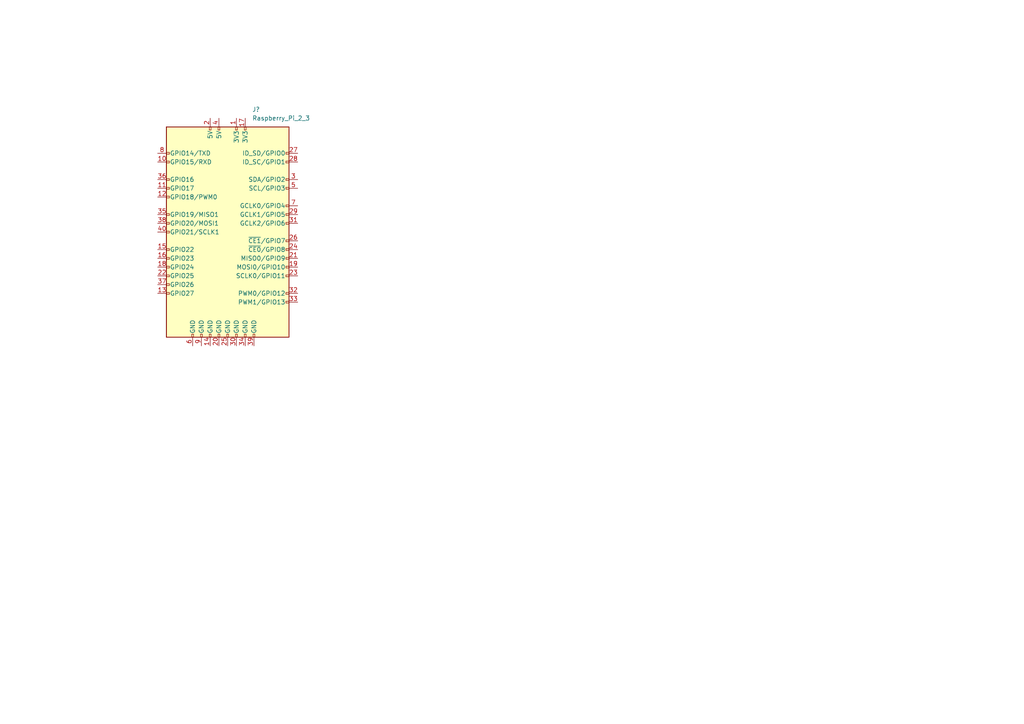
<source format=kicad_sch>
(kicad_sch (version 20211123) (generator eeschema)
  (paper "A4")
  (title_block (title "Raspberry Pi Arcade Lights") (date "2022-01-22") (rev "V1") (company "Courtney Pitcher"))
  (lib_symbols
    (symbol "Connector:Raspberry_Pi_2_3" (pin_names (offset 1.016))
      (property "Reference" "J" (at -17.78 31.75 0))
      (property "Value" "Raspberry_Pi_2_3" (at 10.16 -31.75 0))
      (symbol "Raspberry_Pi_2_3_0_1"
        (rectangle (start -17.78 30.48) (end 17.78 -30.48) (stroke (width 0.254)) (fill (type background)))
      )
      (symbol "Raspberry_Pi_2_3_1_1"
        (rectangle (start -16.891 -17.526) (end -17.78 -18.034))
        (rectangle (start -16.891 -14.986) (end -17.78 -15.494))
        (rectangle (start -16.891 -12.446) (end -17.78 -12.954))
        (rectangle (start -16.891 -9.906) (end -17.78 -10.414))
        (rectangle (start -16.891 -7.366) (end -17.78 -7.874))
        (rectangle (start -16.891 -4.826) (end -17.78 -5.334))
        (rectangle (start -16.891 0.254) (end -17.78 -0.254))
        (rectangle (start -16.891 2.794) (end -17.78 2.286))
        (rectangle (start -16.891 5.334) (end -17.78 4.826))
        (rectangle (start -16.891 10.414) (end -17.78 9.906))
        (rectangle (start -16.891 12.954) (end -17.78 12.446))
        (rectangle (start -16.891 15.494) (end -17.78 14.986))
        (rectangle (start -16.891 20.574) (end -17.78 20.066))
        (rectangle (start -16.891 23.114) (end -17.78 22.606))
        (rectangle (start -10.414 -29.591) (end -9.906 -30.48))
        (rectangle (start -7.874 -29.591) (end -7.366 -30.48))
        (rectangle (start -5.334 -29.591) (end -4.826 -30.48))
        (rectangle (start -5.334 30.48) (end -4.826 29.591))
        (rectangle (start -2.794 -29.591) (end -2.286 -30.48))
        (rectangle (start -2.794 30.48) (end -2.286 29.591))
        (rectangle (start -0.254 -29.591) (end 0.254 -30.48))
        (rectangle (start 2.286 -29.591) (end 2.794 -30.48))
        (rectangle (start 2.286 30.48) (end 2.794 29.591))
        (rectangle (start 4.826 -29.591) (end 5.334 -30.48))
        (rectangle (start 4.826 30.48) (end 5.334 29.591))
        (rectangle (start 7.366 -29.591) (end 7.874 -30.48))
        (rectangle (start 17.78 -20.066) (end 16.891 -20.574))
        (rectangle (start 17.78 -17.526) (end 16.891 -18.034))
        (rectangle (start 17.78 -12.446) (end 16.891 -12.954))
        (rectangle (start 17.78 -9.906) (end 16.891 -10.414))
        (rectangle (start 17.78 -7.366) (end 16.891 -7.874))
        (rectangle (start 17.78 -4.826) (end 16.891 -5.334))
        (rectangle (start 17.78 -2.286) (end 16.891 -2.794))
        (rectangle (start 17.78 2.794) (end 16.891 2.286))
        (rectangle (start 17.78 5.334) (end 16.891 4.826))
        (rectangle (start 17.78 7.874) (end 16.891 7.366))
        (rectangle (start 17.78 12.954) (end 16.891 12.446))
        (rectangle (start 17.78 15.494) (end 16.891 14.986))
        (rectangle (start 17.78 20.574) (end 16.891 20.066))
        (rectangle (start 17.78 23.114) (end 16.891 22.606))
        (pin power_in line (at 2.54 33.02 270) (length 2.54) (name "3V3") (number "1"))
        (pin bidirectional line (at -20.32 20.32 0) (length 2.54) (name "GPIO15/RXD") (number "10"))
        (pin bidirectional line (at -20.32 12.7 0) (length 2.54) (name "GPIO17") (number "11"))
        (pin bidirectional line (at -20.32 10.16 0) (length 2.54) (name "GPIO18/PWM0") (number "12"))
        (pin bidirectional line (at -20.32 -17.78 0) (length 2.54) (name "GPIO27") (number "13"))
        (pin power_in line (at -5.08 -33.02 90) (length 2.54) (name "GND") (number "14"))
        (pin bidirectional line (at -20.32 -5.08 0) (length 2.54) (name "GPIO22") (number "15"))
        (pin bidirectional line (at -20.32 -7.62 0) (length 2.54) (name "GPIO23") (number "16"))
        (pin power_in line (at 5.08 33.02 270) (length 2.54) (name "3V3") (number "17"))
        (pin bidirectional line (at -20.32 -10.16 0) (length 2.54) (name "GPIO24") (number "18"))
        (pin bidirectional line (at 20.32 -10.16 180) (length 2.54) (name "MOSI0/GPIO10") (number "19"))
        (pin power_in line (at -5.08 33.02 270) (length 2.54) (name "5V") (number "2"))
        (pin power_in line (at -2.54 -33.02 90) (length 2.54) (name "GND") (number "20"))
        (pin bidirectional line (at 20.32 -7.62 180) (length 2.54) (name "MISO0/GPIO9") (number "21"))
        (pin bidirectional line (at -20.32 -12.7 0) (length 2.54) (name "GPIO25") (number "22"))
        (pin bidirectional line (at 20.32 -12.7 180) (length 2.54) (name "SCLK0/GPIO11") (number "23"))
        (pin bidirectional line (at 20.32 -5.08 180) (length 2.54) (name "~{CE0}/GPIO8") (number "24"))
        (pin power_in line (at 0 -33.02 90) (length 2.54) (name "GND") (number "25"))
        (pin bidirectional line (at 20.32 -2.54 180) (length 2.54) (name "~{CE1}/GPIO7") (number "26"))
        (pin bidirectional line (at 20.32 22.86 180) (length 2.54) (name "ID_SD/GPIO0") (number "27"))
        (pin bidirectional line (at 20.32 20.32 180) (length 2.54) (name "ID_SC/GPIO1") (number "28"))
        (pin bidirectional line (at 20.32 5.08 180) (length 2.54) (name "GCLK1/GPIO5") (number "29"))
        (pin bidirectional line (at 20.32 15.24 180) (length 2.54) (name "SDA/GPIO2") (number "3"))
        (pin power_in line (at 2.54 -33.02 90) (length 2.54) (name "GND") (number "30"))
        (pin bidirectional line (at 20.32 2.54 180) (length 2.54) (name "GCLK2/GPIO6") (number "31"))
        (pin bidirectional line (at 20.32 -17.78 180) (length 2.54) (name "PWM0/GPIO12") (number "32"))
        (pin bidirectional line (at 20.32 -20.32 180) (length 2.54) (name "PWM1/GPIO13") (number "33"))
        (pin power_in line (at 5.08 -33.02 90) (length 2.54) (name "GND") (number "34"))
        (pin bidirectional line (at -20.32 5.08 0) (length 2.54) (name "GPIO19/MISO1") (number "35"))
        (pin bidirectional line (at -20.32 15.24 0) (length 2.54) (name "GPIO16") (number "36"))
        (pin bidirectional line (at -20.32 -15.24 0) (length 2.54) (name "GPIO26") (number "37"))
        (pin bidirectional line (at -20.32 2.54 0) (length 2.54) (name "GPIO20/MOSI1") (number "38"))
        (pin power_in line (at 7.62 -33.02 90) (length 2.54) (name "GND") (number "39"))
        (pin power_in line (at -2.54 33.02 270) (length 2.54) (name "5V") (number "4"))
        (pin bidirectional line (at -20.32 0 0) (length 2.54) (name "GPIO21/SCLK1") (number "40"))
        (pin bidirectional line (at 20.32 12.7 180) (length 2.54) (name "SCL/GPIO3") (number "5"))
        (pin power_in line (at -10.16 -33.02 90) (length 2.54) (name "GND") (number "6"))
        (pin bidirectional line (at 20.32 7.62 180) (length 2.54) (name "GCLK0/GPIO4") (number "7"))
        (pin bidirectional line (at -20.32 22.86 0) (length 2.54) (name "GPIO14/TXD") (number "8"))
        (pin power_in line (at -7.62 -33.02 90) (length 2.54) (name "GND") (number "9"))
      )
    )
  )
  (symbol (lib_id "Connector:Raspberry_Pi_2_3") (at 66.04 67.31 0) (unit 1)
    (property "Reference" "J?" (at 73.1394 31.75 0) (effects (justify left)))
    (property "Value" "Raspberry_Pi_2_3" (at 73.1394 34.29 0) (effects (justify left)))
    (property "Datasheet" "https://www.raspberrypi.org/documentation/hardware/raspberrypi/schematics/rpi_SCH_3bplus_1p0_reduced.pdf" (effects hide))
  )
)
</source>
